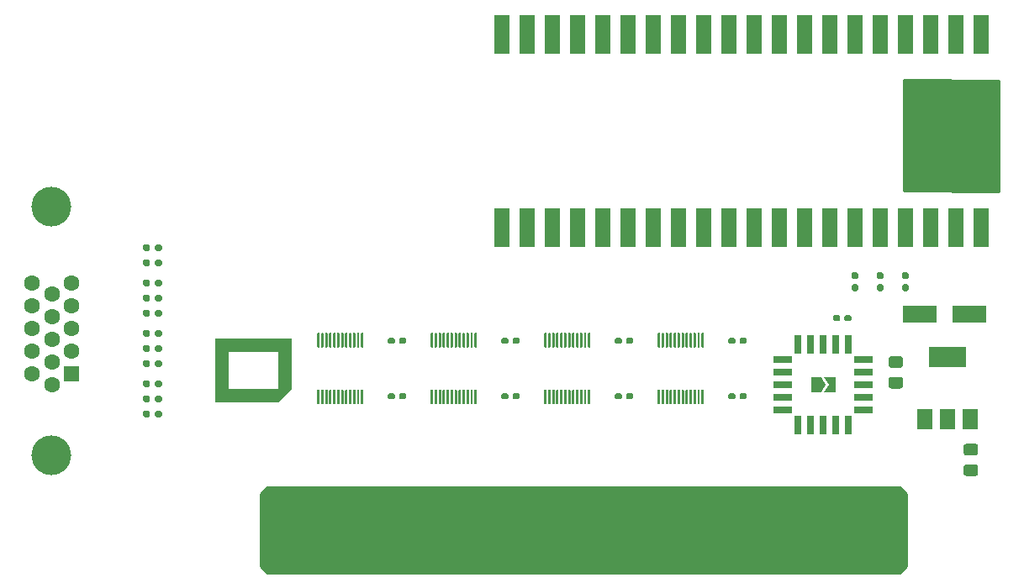
<source format=gts>
%TF.GenerationSoftware,KiCad,Pcbnew,(5.1.10)-1*%
%TF.CreationDate,2023-04-17T01:05:29-04:00*%
%TF.ProjectId,V2-Analog-Rev1,56322d41-6e61-46c6-9f67-2d526576312e,rev?*%
%TF.SameCoordinates,Original*%
%TF.FileFunction,Soldermask,Top*%
%TF.FilePolarity,Negative*%
%FSLAX46Y46*%
G04 Gerber Fmt 4.6, Leading zero omitted, Abs format (unit mm)*
G04 Created by KiCad (PCBNEW (5.1.10)-1) date 2023-04-17 01:05:29*
%MOMM*%
%LPD*%
G01*
G04 APERTURE LIST*
%ADD10C,0.100000*%
%ADD11R,1.600000X4.000000*%
%ADD12R,3.500000X1.800000*%
%ADD13R,1.500000X2.000000*%
%ADD14R,3.800000X2.000000*%
%ADD15R,1.925000X0.700000*%
%ADD16R,0.700000X1.925000*%
%ADD17C,4.000000*%
%ADD18C,1.600000*%
%ADD19R,1.600000X1.600000*%
%ADD20R,1.400000X8.000000*%
%ADD21C,0.254000*%
G04 APERTURE END LIST*
D10*
G36*
X112633000Y-115908000D02*
G01*
X111363000Y-115908000D01*
X111363000Y-112098000D01*
X112633000Y-110828000D01*
X112633000Y-115908000D01*
G37*
X112633000Y-115908000D02*
X111363000Y-115908000D01*
X111363000Y-112098000D01*
X112633000Y-110828000D01*
X112633000Y-115908000D01*
G36*
X111363000Y-117178000D02*
G01*
X105013000Y-117178000D01*
X106283000Y-115908000D01*
X112633000Y-115908000D01*
X111363000Y-117178000D01*
G37*
X111363000Y-117178000D02*
X105013000Y-117178000D01*
X106283000Y-115908000D01*
X112633000Y-115908000D01*
X111363000Y-117178000D01*
G36*
X106283000Y-112098000D02*
G01*
X106283000Y-115908000D01*
X105013000Y-117178000D01*
X105013000Y-110828000D01*
X106283000Y-112098000D01*
G37*
X106283000Y-112098000D02*
X106283000Y-115908000D01*
X105013000Y-117178000D01*
X105013000Y-110828000D01*
X106283000Y-112098000D01*
G36*
X111363000Y-112098000D02*
G01*
X106283000Y-112098000D01*
X105013000Y-110828000D01*
X112633000Y-110828000D01*
X111363000Y-112098000D01*
G37*
X111363000Y-112098000D02*
X106283000Y-112098000D01*
X105013000Y-110828000D01*
X112633000Y-110828000D01*
X111363000Y-112098000D01*
D11*
%TO.C,U6*%
X133842000Y-80155000D03*
X182102000Y-99655000D03*
X136382000Y-80155000D03*
X179562000Y-99655000D03*
X138922000Y-80155000D03*
X177022000Y-99655000D03*
X141462000Y-80155000D03*
X174482000Y-99655000D03*
X144002000Y-80155000D03*
X171942000Y-99655000D03*
X146542000Y-80155000D03*
X169402000Y-99655000D03*
X149082000Y-80155000D03*
X166862000Y-99655000D03*
X151622000Y-80155000D03*
X164322000Y-99655000D03*
X154162000Y-80155000D03*
X161782000Y-99655000D03*
X156702000Y-80155000D03*
X159242000Y-99655000D03*
X159242000Y-80155000D03*
X156702000Y-99655000D03*
X161782000Y-80155000D03*
X154162000Y-99655000D03*
X164322000Y-80155000D03*
X151622000Y-99655000D03*
X166862000Y-80155000D03*
X149082000Y-99655000D03*
X169402000Y-80155000D03*
X146542000Y-99655000D03*
X171942000Y-80155000D03*
X144002000Y-99655000D03*
X174482000Y-80155000D03*
X141462000Y-99655000D03*
X177022000Y-80155000D03*
X138922000Y-99655000D03*
X179562000Y-80155000D03*
X136382000Y-99655000D03*
X182102000Y-80155000D03*
X133842000Y-99655000D03*
%TD*%
D10*
%TO.C,J3*%
G36*
X166502000Y-115527000D02*
G01*
X166002000Y-116277000D01*
X165002000Y-116277000D01*
X165002000Y-114777000D01*
X166002000Y-114777000D01*
X166502000Y-115527000D01*
G37*
G36*
X167452000Y-116277000D02*
G01*
X166302000Y-116277000D01*
X166802000Y-115527000D01*
X166302000Y-114777000D01*
X167452000Y-114777000D01*
X167452000Y-116277000D01*
G37*
%TD*%
D12*
%TO.C,D1*%
X180919000Y-108415000D03*
X175919000Y-108415000D03*
%TD*%
%TO.C,C11*%
G36*
G01*
X180611000Y-123529500D02*
X181561000Y-123529500D01*
G75*
G02*
X181811000Y-123779500I0J-250000D01*
G01*
X181811000Y-124454500D01*
G75*
G02*
X181561000Y-124704500I-250000J0D01*
G01*
X180611000Y-124704500D01*
G75*
G02*
X180361000Y-124454500I0J250000D01*
G01*
X180361000Y-123779500D01*
G75*
G02*
X180611000Y-123529500I250000J0D01*
G01*
G37*
G36*
G01*
X180611000Y-121454500D02*
X181561000Y-121454500D01*
G75*
G02*
X181811000Y-121704500I0J-250000D01*
G01*
X181811000Y-122379500D01*
G75*
G02*
X181561000Y-122629500I-250000J0D01*
G01*
X180611000Y-122629500D01*
G75*
G02*
X180361000Y-122379500I0J250000D01*
G01*
X180361000Y-121704500D01*
G75*
G02*
X180611000Y-121454500I250000J0D01*
G01*
G37*
%TD*%
%TO.C,C10*%
G36*
G01*
X173054500Y-114707000D02*
X174004500Y-114707000D01*
G75*
G02*
X174254500Y-114957000I0J-250000D01*
G01*
X174254500Y-115632000D01*
G75*
G02*
X174004500Y-115882000I-250000J0D01*
G01*
X173054500Y-115882000D01*
G75*
G02*
X172804500Y-115632000I0J250000D01*
G01*
X172804500Y-114957000D01*
G75*
G02*
X173054500Y-114707000I250000J0D01*
G01*
G37*
G36*
G01*
X173054500Y-112632000D02*
X174004500Y-112632000D01*
G75*
G02*
X174254500Y-112882000I0J-250000D01*
G01*
X174254500Y-113557000D01*
G75*
G02*
X174004500Y-113807000I-250000J0D01*
G01*
X173054500Y-113807000D01*
G75*
G02*
X172804500Y-113557000I0J250000D01*
G01*
X172804500Y-112882000D01*
G75*
G02*
X173054500Y-112632000I250000J0D01*
G01*
G37*
%TD*%
D13*
%TO.C,U7*%
X176465000Y-118984000D03*
X181065000Y-118984000D03*
X178765000Y-118984000D03*
D14*
X178765000Y-112684000D03*
%TD*%
D15*
%TO.C,U5*%
X170279500Y-112987000D03*
X170279500Y-114257000D03*
X170279500Y-115527000D03*
X170279500Y-116797000D03*
X170279500Y-118067000D03*
D16*
X168767000Y-119579500D03*
X167497000Y-119579500D03*
X166227000Y-119579500D03*
X164957000Y-119579500D03*
X163687000Y-119579500D03*
D15*
X162174500Y-118067000D03*
X162174500Y-116797000D03*
X162174500Y-115527000D03*
X162174500Y-114257000D03*
X162174500Y-112987000D03*
D16*
X168767000Y-111474500D03*
X167497000Y-111474500D03*
X163687000Y-111474500D03*
X164957000Y-111474500D03*
X166227000Y-111474500D03*
%TD*%
%TO.C,C9*%
G36*
G01*
X168332000Y-108951000D02*
X168332000Y-108641000D01*
G75*
G02*
X168487000Y-108486000I155000J0D01*
G01*
X168912000Y-108486000D01*
G75*
G02*
X169067000Y-108641000I0J-155000D01*
G01*
X169067000Y-108951000D01*
G75*
G02*
X168912000Y-109106000I-155000J0D01*
G01*
X168487000Y-109106000D01*
G75*
G02*
X168332000Y-108951000I0J155000D01*
G01*
G37*
G36*
G01*
X167197000Y-108951000D02*
X167197000Y-108641000D01*
G75*
G02*
X167352000Y-108486000I155000J0D01*
G01*
X167777000Y-108486000D01*
G75*
G02*
X167932000Y-108641000I0J-155000D01*
G01*
X167932000Y-108951000D01*
G75*
G02*
X167777000Y-109106000I-155000J0D01*
G01*
X167352000Y-109106000D01*
G75*
G02*
X167197000Y-108951000I0J155000D01*
G01*
G37*
%TD*%
%TO.C,C8*%
G36*
G01*
X157791000Y-111237000D02*
X157791000Y-110927000D01*
G75*
G02*
X157946000Y-110772000I155000J0D01*
G01*
X158371000Y-110772000D01*
G75*
G02*
X158526000Y-110927000I0J-155000D01*
G01*
X158526000Y-111237000D01*
G75*
G02*
X158371000Y-111392000I-155000J0D01*
G01*
X157946000Y-111392000D01*
G75*
G02*
X157791000Y-111237000I0J155000D01*
G01*
G37*
G36*
G01*
X156656000Y-111237000D02*
X156656000Y-110927000D01*
G75*
G02*
X156811000Y-110772000I155000J0D01*
G01*
X157236000Y-110772000D01*
G75*
G02*
X157391000Y-110927000I0J-155000D01*
G01*
X157391000Y-111237000D01*
G75*
G02*
X157236000Y-111392000I-155000J0D01*
G01*
X156811000Y-111392000D01*
G75*
G02*
X156656000Y-111237000I0J155000D01*
G01*
G37*
%TD*%
%TO.C,C7*%
G36*
G01*
X157791000Y-116825000D02*
X157791000Y-116515000D01*
G75*
G02*
X157946000Y-116360000I155000J0D01*
G01*
X158371000Y-116360000D01*
G75*
G02*
X158526000Y-116515000I0J-155000D01*
G01*
X158526000Y-116825000D01*
G75*
G02*
X158371000Y-116980000I-155000J0D01*
G01*
X157946000Y-116980000D01*
G75*
G02*
X157791000Y-116825000I0J155000D01*
G01*
G37*
G36*
G01*
X156656000Y-116825000D02*
X156656000Y-116515000D01*
G75*
G02*
X156811000Y-116360000I155000J0D01*
G01*
X157236000Y-116360000D01*
G75*
G02*
X157391000Y-116515000I0J-155000D01*
G01*
X157391000Y-116825000D01*
G75*
G02*
X157236000Y-116980000I-155000J0D01*
G01*
X156811000Y-116980000D01*
G75*
G02*
X156656000Y-116825000I0J155000D01*
G01*
G37*
%TD*%
%TO.C,C6*%
G36*
G01*
X146361000Y-111237000D02*
X146361000Y-110927000D01*
G75*
G02*
X146516000Y-110772000I155000J0D01*
G01*
X146941000Y-110772000D01*
G75*
G02*
X147096000Y-110927000I0J-155000D01*
G01*
X147096000Y-111237000D01*
G75*
G02*
X146941000Y-111392000I-155000J0D01*
G01*
X146516000Y-111392000D01*
G75*
G02*
X146361000Y-111237000I0J155000D01*
G01*
G37*
G36*
G01*
X145226000Y-111237000D02*
X145226000Y-110927000D01*
G75*
G02*
X145381000Y-110772000I155000J0D01*
G01*
X145806000Y-110772000D01*
G75*
G02*
X145961000Y-110927000I0J-155000D01*
G01*
X145961000Y-111237000D01*
G75*
G02*
X145806000Y-111392000I-155000J0D01*
G01*
X145381000Y-111392000D01*
G75*
G02*
X145226000Y-111237000I0J155000D01*
G01*
G37*
%TD*%
%TO.C,C5*%
G36*
G01*
X146361000Y-116825000D02*
X146361000Y-116515000D01*
G75*
G02*
X146516000Y-116360000I155000J0D01*
G01*
X146941000Y-116360000D01*
G75*
G02*
X147096000Y-116515000I0J-155000D01*
G01*
X147096000Y-116825000D01*
G75*
G02*
X146941000Y-116980000I-155000J0D01*
G01*
X146516000Y-116980000D01*
G75*
G02*
X146361000Y-116825000I0J155000D01*
G01*
G37*
G36*
G01*
X145226000Y-116825000D02*
X145226000Y-116515000D01*
G75*
G02*
X145381000Y-116360000I155000J0D01*
G01*
X145806000Y-116360000D01*
G75*
G02*
X145961000Y-116515000I0J-155000D01*
G01*
X145961000Y-116825000D01*
G75*
G02*
X145806000Y-116980000I-155000J0D01*
G01*
X145381000Y-116980000D01*
G75*
G02*
X145226000Y-116825000I0J155000D01*
G01*
G37*
%TD*%
%TO.C,C4*%
G36*
G01*
X134931000Y-111237000D02*
X134931000Y-110927000D01*
G75*
G02*
X135086000Y-110772000I155000J0D01*
G01*
X135511000Y-110772000D01*
G75*
G02*
X135666000Y-110927000I0J-155000D01*
G01*
X135666000Y-111237000D01*
G75*
G02*
X135511000Y-111392000I-155000J0D01*
G01*
X135086000Y-111392000D01*
G75*
G02*
X134931000Y-111237000I0J155000D01*
G01*
G37*
G36*
G01*
X133796000Y-111237000D02*
X133796000Y-110927000D01*
G75*
G02*
X133951000Y-110772000I155000J0D01*
G01*
X134376000Y-110772000D01*
G75*
G02*
X134531000Y-110927000I0J-155000D01*
G01*
X134531000Y-111237000D01*
G75*
G02*
X134376000Y-111392000I-155000J0D01*
G01*
X133951000Y-111392000D01*
G75*
G02*
X133796000Y-111237000I0J155000D01*
G01*
G37*
%TD*%
%TO.C,C3*%
G36*
G01*
X134931000Y-116825000D02*
X134931000Y-116515000D01*
G75*
G02*
X135086000Y-116360000I155000J0D01*
G01*
X135511000Y-116360000D01*
G75*
G02*
X135666000Y-116515000I0J-155000D01*
G01*
X135666000Y-116825000D01*
G75*
G02*
X135511000Y-116980000I-155000J0D01*
G01*
X135086000Y-116980000D01*
G75*
G02*
X134931000Y-116825000I0J155000D01*
G01*
G37*
G36*
G01*
X133796000Y-116825000D02*
X133796000Y-116515000D01*
G75*
G02*
X133951000Y-116360000I155000J0D01*
G01*
X134376000Y-116360000D01*
G75*
G02*
X134531000Y-116515000I0J-155000D01*
G01*
X134531000Y-116825000D01*
G75*
G02*
X134376000Y-116980000I-155000J0D01*
G01*
X133951000Y-116980000D01*
G75*
G02*
X133796000Y-116825000I0J155000D01*
G01*
G37*
%TD*%
%TO.C,C2*%
G36*
G01*
X123501000Y-111237000D02*
X123501000Y-110927000D01*
G75*
G02*
X123656000Y-110772000I155000J0D01*
G01*
X124081000Y-110772000D01*
G75*
G02*
X124236000Y-110927000I0J-155000D01*
G01*
X124236000Y-111237000D01*
G75*
G02*
X124081000Y-111392000I-155000J0D01*
G01*
X123656000Y-111392000D01*
G75*
G02*
X123501000Y-111237000I0J155000D01*
G01*
G37*
G36*
G01*
X122366000Y-111237000D02*
X122366000Y-110927000D01*
G75*
G02*
X122521000Y-110772000I155000J0D01*
G01*
X122946000Y-110772000D01*
G75*
G02*
X123101000Y-110927000I0J-155000D01*
G01*
X123101000Y-111237000D01*
G75*
G02*
X122946000Y-111392000I-155000J0D01*
G01*
X122521000Y-111392000D01*
G75*
G02*
X122366000Y-111237000I0J155000D01*
G01*
G37*
%TD*%
%TO.C,C1*%
G36*
G01*
X123501000Y-116825000D02*
X123501000Y-116515000D01*
G75*
G02*
X123656000Y-116360000I155000J0D01*
G01*
X124081000Y-116360000D01*
G75*
G02*
X124236000Y-116515000I0J-155000D01*
G01*
X124236000Y-116825000D01*
G75*
G02*
X124081000Y-116980000I-155000J0D01*
G01*
X123656000Y-116980000D01*
G75*
G02*
X123501000Y-116825000I0J155000D01*
G01*
G37*
G36*
G01*
X122366000Y-116825000D02*
X122366000Y-116515000D01*
G75*
G02*
X122521000Y-116360000I155000J0D01*
G01*
X122946000Y-116360000D01*
G75*
G02*
X123101000Y-116515000I0J-155000D01*
G01*
X123101000Y-116825000D01*
G75*
G02*
X122946000Y-116980000I-155000J0D01*
G01*
X122521000Y-116980000D01*
G75*
G02*
X122366000Y-116825000I0J155000D01*
G01*
G37*
%TD*%
D17*
%TO.C,J2*%
X88485000Y-122569000D03*
X88485000Y-97569000D03*
D18*
X86575000Y-105224000D03*
X86575000Y-107514000D03*
X86575000Y-109804000D03*
X86575000Y-112094000D03*
X86575000Y-114384000D03*
X88555000Y-106369000D03*
X88555000Y-108659000D03*
X88555000Y-110949000D03*
X88555000Y-113239000D03*
X88555000Y-115529000D03*
X90535000Y-105224000D03*
X90535000Y-107514000D03*
X90535000Y-109804000D03*
X90535000Y-112094000D03*
D19*
X90535000Y-114384000D03*
%TD*%
%TO.C,U4*%
G36*
G01*
X154013500Y-116001000D02*
X154138500Y-116001000D01*
G75*
G02*
X154201000Y-116063500I0J-62500D01*
G01*
X154201000Y-117413500D01*
G75*
G02*
X154138500Y-117476000I-62500J0D01*
G01*
X154013500Y-117476000D01*
G75*
G02*
X153951000Y-117413500I0J62500D01*
G01*
X153951000Y-116063500D01*
G75*
G02*
X154013500Y-116001000I62500J0D01*
G01*
G37*
G36*
G01*
X153613500Y-116001000D02*
X153738500Y-116001000D01*
G75*
G02*
X153801000Y-116063500I0J-62500D01*
G01*
X153801000Y-117413500D01*
G75*
G02*
X153738500Y-117476000I-62500J0D01*
G01*
X153613500Y-117476000D01*
G75*
G02*
X153551000Y-117413500I0J62500D01*
G01*
X153551000Y-116063500D01*
G75*
G02*
X153613500Y-116001000I62500J0D01*
G01*
G37*
G36*
G01*
X153213500Y-116001000D02*
X153338500Y-116001000D01*
G75*
G02*
X153401000Y-116063500I0J-62500D01*
G01*
X153401000Y-117413500D01*
G75*
G02*
X153338500Y-117476000I-62500J0D01*
G01*
X153213500Y-117476000D01*
G75*
G02*
X153151000Y-117413500I0J62500D01*
G01*
X153151000Y-116063500D01*
G75*
G02*
X153213500Y-116001000I62500J0D01*
G01*
G37*
G36*
G01*
X152813500Y-116001000D02*
X152938500Y-116001000D01*
G75*
G02*
X153001000Y-116063500I0J-62500D01*
G01*
X153001000Y-117413500D01*
G75*
G02*
X152938500Y-117476000I-62500J0D01*
G01*
X152813500Y-117476000D01*
G75*
G02*
X152751000Y-117413500I0J62500D01*
G01*
X152751000Y-116063500D01*
G75*
G02*
X152813500Y-116001000I62500J0D01*
G01*
G37*
G36*
G01*
X152413500Y-116001000D02*
X152538500Y-116001000D01*
G75*
G02*
X152601000Y-116063500I0J-62500D01*
G01*
X152601000Y-117413500D01*
G75*
G02*
X152538500Y-117476000I-62500J0D01*
G01*
X152413500Y-117476000D01*
G75*
G02*
X152351000Y-117413500I0J62500D01*
G01*
X152351000Y-116063500D01*
G75*
G02*
X152413500Y-116001000I62500J0D01*
G01*
G37*
G36*
G01*
X152013500Y-116001000D02*
X152138500Y-116001000D01*
G75*
G02*
X152201000Y-116063500I0J-62500D01*
G01*
X152201000Y-117413500D01*
G75*
G02*
X152138500Y-117476000I-62500J0D01*
G01*
X152013500Y-117476000D01*
G75*
G02*
X151951000Y-117413500I0J62500D01*
G01*
X151951000Y-116063500D01*
G75*
G02*
X152013500Y-116001000I62500J0D01*
G01*
G37*
G36*
G01*
X151613500Y-116001000D02*
X151738500Y-116001000D01*
G75*
G02*
X151801000Y-116063500I0J-62500D01*
G01*
X151801000Y-117413500D01*
G75*
G02*
X151738500Y-117476000I-62500J0D01*
G01*
X151613500Y-117476000D01*
G75*
G02*
X151551000Y-117413500I0J62500D01*
G01*
X151551000Y-116063500D01*
G75*
G02*
X151613500Y-116001000I62500J0D01*
G01*
G37*
G36*
G01*
X151213500Y-116001000D02*
X151338500Y-116001000D01*
G75*
G02*
X151401000Y-116063500I0J-62500D01*
G01*
X151401000Y-117413500D01*
G75*
G02*
X151338500Y-117476000I-62500J0D01*
G01*
X151213500Y-117476000D01*
G75*
G02*
X151151000Y-117413500I0J62500D01*
G01*
X151151000Y-116063500D01*
G75*
G02*
X151213500Y-116001000I62500J0D01*
G01*
G37*
G36*
G01*
X150813500Y-116001000D02*
X150938500Y-116001000D01*
G75*
G02*
X151001000Y-116063500I0J-62500D01*
G01*
X151001000Y-117413500D01*
G75*
G02*
X150938500Y-117476000I-62500J0D01*
G01*
X150813500Y-117476000D01*
G75*
G02*
X150751000Y-117413500I0J62500D01*
G01*
X150751000Y-116063500D01*
G75*
G02*
X150813500Y-116001000I62500J0D01*
G01*
G37*
G36*
G01*
X150413500Y-116001000D02*
X150538500Y-116001000D01*
G75*
G02*
X150601000Y-116063500I0J-62500D01*
G01*
X150601000Y-117413500D01*
G75*
G02*
X150538500Y-117476000I-62500J0D01*
G01*
X150413500Y-117476000D01*
G75*
G02*
X150351000Y-117413500I0J62500D01*
G01*
X150351000Y-116063500D01*
G75*
G02*
X150413500Y-116001000I62500J0D01*
G01*
G37*
G36*
G01*
X150013500Y-116001000D02*
X150138500Y-116001000D01*
G75*
G02*
X150201000Y-116063500I0J-62500D01*
G01*
X150201000Y-117413500D01*
G75*
G02*
X150138500Y-117476000I-62500J0D01*
G01*
X150013500Y-117476000D01*
G75*
G02*
X149951000Y-117413500I0J62500D01*
G01*
X149951000Y-116063500D01*
G75*
G02*
X150013500Y-116001000I62500J0D01*
G01*
G37*
G36*
G01*
X149613500Y-116001000D02*
X149738500Y-116001000D01*
G75*
G02*
X149801000Y-116063500I0J-62500D01*
G01*
X149801000Y-117413500D01*
G75*
G02*
X149738500Y-117476000I-62500J0D01*
G01*
X149613500Y-117476000D01*
G75*
G02*
X149551000Y-117413500I0J62500D01*
G01*
X149551000Y-116063500D01*
G75*
G02*
X149613500Y-116001000I62500J0D01*
G01*
G37*
G36*
G01*
X149613500Y-110276000D02*
X149738500Y-110276000D01*
G75*
G02*
X149801000Y-110338500I0J-62500D01*
G01*
X149801000Y-111688500D01*
G75*
G02*
X149738500Y-111751000I-62500J0D01*
G01*
X149613500Y-111751000D01*
G75*
G02*
X149551000Y-111688500I0J62500D01*
G01*
X149551000Y-110338500D01*
G75*
G02*
X149613500Y-110276000I62500J0D01*
G01*
G37*
G36*
G01*
X150013500Y-110276000D02*
X150138500Y-110276000D01*
G75*
G02*
X150201000Y-110338500I0J-62500D01*
G01*
X150201000Y-111688500D01*
G75*
G02*
X150138500Y-111751000I-62500J0D01*
G01*
X150013500Y-111751000D01*
G75*
G02*
X149951000Y-111688500I0J62500D01*
G01*
X149951000Y-110338500D01*
G75*
G02*
X150013500Y-110276000I62500J0D01*
G01*
G37*
G36*
G01*
X150413500Y-110276000D02*
X150538500Y-110276000D01*
G75*
G02*
X150601000Y-110338500I0J-62500D01*
G01*
X150601000Y-111688500D01*
G75*
G02*
X150538500Y-111751000I-62500J0D01*
G01*
X150413500Y-111751000D01*
G75*
G02*
X150351000Y-111688500I0J62500D01*
G01*
X150351000Y-110338500D01*
G75*
G02*
X150413500Y-110276000I62500J0D01*
G01*
G37*
G36*
G01*
X150813500Y-110276000D02*
X150938500Y-110276000D01*
G75*
G02*
X151001000Y-110338500I0J-62500D01*
G01*
X151001000Y-111688500D01*
G75*
G02*
X150938500Y-111751000I-62500J0D01*
G01*
X150813500Y-111751000D01*
G75*
G02*
X150751000Y-111688500I0J62500D01*
G01*
X150751000Y-110338500D01*
G75*
G02*
X150813500Y-110276000I62500J0D01*
G01*
G37*
G36*
G01*
X151213500Y-110276000D02*
X151338500Y-110276000D01*
G75*
G02*
X151401000Y-110338500I0J-62500D01*
G01*
X151401000Y-111688500D01*
G75*
G02*
X151338500Y-111751000I-62500J0D01*
G01*
X151213500Y-111751000D01*
G75*
G02*
X151151000Y-111688500I0J62500D01*
G01*
X151151000Y-110338500D01*
G75*
G02*
X151213500Y-110276000I62500J0D01*
G01*
G37*
G36*
G01*
X151613500Y-110276000D02*
X151738500Y-110276000D01*
G75*
G02*
X151801000Y-110338500I0J-62500D01*
G01*
X151801000Y-111688500D01*
G75*
G02*
X151738500Y-111751000I-62500J0D01*
G01*
X151613500Y-111751000D01*
G75*
G02*
X151551000Y-111688500I0J62500D01*
G01*
X151551000Y-110338500D01*
G75*
G02*
X151613500Y-110276000I62500J0D01*
G01*
G37*
G36*
G01*
X152013500Y-110276000D02*
X152138500Y-110276000D01*
G75*
G02*
X152201000Y-110338500I0J-62500D01*
G01*
X152201000Y-111688500D01*
G75*
G02*
X152138500Y-111751000I-62500J0D01*
G01*
X152013500Y-111751000D01*
G75*
G02*
X151951000Y-111688500I0J62500D01*
G01*
X151951000Y-110338500D01*
G75*
G02*
X152013500Y-110276000I62500J0D01*
G01*
G37*
G36*
G01*
X152413500Y-110276000D02*
X152538500Y-110276000D01*
G75*
G02*
X152601000Y-110338500I0J-62500D01*
G01*
X152601000Y-111688500D01*
G75*
G02*
X152538500Y-111751000I-62500J0D01*
G01*
X152413500Y-111751000D01*
G75*
G02*
X152351000Y-111688500I0J62500D01*
G01*
X152351000Y-110338500D01*
G75*
G02*
X152413500Y-110276000I62500J0D01*
G01*
G37*
G36*
G01*
X152813500Y-110276000D02*
X152938500Y-110276000D01*
G75*
G02*
X153001000Y-110338500I0J-62500D01*
G01*
X153001000Y-111688500D01*
G75*
G02*
X152938500Y-111751000I-62500J0D01*
G01*
X152813500Y-111751000D01*
G75*
G02*
X152751000Y-111688500I0J62500D01*
G01*
X152751000Y-110338500D01*
G75*
G02*
X152813500Y-110276000I62500J0D01*
G01*
G37*
G36*
G01*
X153213500Y-110276000D02*
X153338500Y-110276000D01*
G75*
G02*
X153401000Y-110338500I0J-62500D01*
G01*
X153401000Y-111688500D01*
G75*
G02*
X153338500Y-111751000I-62500J0D01*
G01*
X153213500Y-111751000D01*
G75*
G02*
X153151000Y-111688500I0J62500D01*
G01*
X153151000Y-110338500D01*
G75*
G02*
X153213500Y-110276000I62500J0D01*
G01*
G37*
G36*
G01*
X153613500Y-110276000D02*
X153738500Y-110276000D01*
G75*
G02*
X153801000Y-110338500I0J-62500D01*
G01*
X153801000Y-111688500D01*
G75*
G02*
X153738500Y-111751000I-62500J0D01*
G01*
X153613500Y-111751000D01*
G75*
G02*
X153551000Y-111688500I0J62500D01*
G01*
X153551000Y-110338500D01*
G75*
G02*
X153613500Y-110276000I62500J0D01*
G01*
G37*
G36*
G01*
X154013500Y-110276000D02*
X154138500Y-110276000D01*
G75*
G02*
X154201000Y-110338500I0J-62500D01*
G01*
X154201000Y-111688500D01*
G75*
G02*
X154138500Y-111751000I-62500J0D01*
G01*
X154013500Y-111751000D01*
G75*
G02*
X153951000Y-111688500I0J62500D01*
G01*
X153951000Y-110338500D01*
G75*
G02*
X154013500Y-110276000I62500J0D01*
G01*
G37*
%TD*%
%TO.C,U3*%
G36*
G01*
X142583500Y-116001000D02*
X142708500Y-116001000D01*
G75*
G02*
X142771000Y-116063500I0J-62500D01*
G01*
X142771000Y-117413500D01*
G75*
G02*
X142708500Y-117476000I-62500J0D01*
G01*
X142583500Y-117476000D01*
G75*
G02*
X142521000Y-117413500I0J62500D01*
G01*
X142521000Y-116063500D01*
G75*
G02*
X142583500Y-116001000I62500J0D01*
G01*
G37*
G36*
G01*
X142183500Y-116001000D02*
X142308500Y-116001000D01*
G75*
G02*
X142371000Y-116063500I0J-62500D01*
G01*
X142371000Y-117413500D01*
G75*
G02*
X142308500Y-117476000I-62500J0D01*
G01*
X142183500Y-117476000D01*
G75*
G02*
X142121000Y-117413500I0J62500D01*
G01*
X142121000Y-116063500D01*
G75*
G02*
X142183500Y-116001000I62500J0D01*
G01*
G37*
G36*
G01*
X141783500Y-116001000D02*
X141908500Y-116001000D01*
G75*
G02*
X141971000Y-116063500I0J-62500D01*
G01*
X141971000Y-117413500D01*
G75*
G02*
X141908500Y-117476000I-62500J0D01*
G01*
X141783500Y-117476000D01*
G75*
G02*
X141721000Y-117413500I0J62500D01*
G01*
X141721000Y-116063500D01*
G75*
G02*
X141783500Y-116001000I62500J0D01*
G01*
G37*
G36*
G01*
X141383500Y-116001000D02*
X141508500Y-116001000D01*
G75*
G02*
X141571000Y-116063500I0J-62500D01*
G01*
X141571000Y-117413500D01*
G75*
G02*
X141508500Y-117476000I-62500J0D01*
G01*
X141383500Y-117476000D01*
G75*
G02*
X141321000Y-117413500I0J62500D01*
G01*
X141321000Y-116063500D01*
G75*
G02*
X141383500Y-116001000I62500J0D01*
G01*
G37*
G36*
G01*
X140983500Y-116001000D02*
X141108500Y-116001000D01*
G75*
G02*
X141171000Y-116063500I0J-62500D01*
G01*
X141171000Y-117413500D01*
G75*
G02*
X141108500Y-117476000I-62500J0D01*
G01*
X140983500Y-117476000D01*
G75*
G02*
X140921000Y-117413500I0J62500D01*
G01*
X140921000Y-116063500D01*
G75*
G02*
X140983500Y-116001000I62500J0D01*
G01*
G37*
G36*
G01*
X140583500Y-116001000D02*
X140708500Y-116001000D01*
G75*
G02*
X140771000Y-116063500I0J-62500D01*
G01*
X140771000Y-117413500D01*
G75*
G02*
X140708500Y-117476000I-62500J0D01*
G01*
X140583500Y-117476000D01*
G75*
G02*
X140521000Y-117413500I0J62500D01*
G01*
X140521000Y-116063500D01*
G75*
G02*
X140583500Y-116001000I62500J0D01*
G01*
G37*
G36*
G01*
X140183500Y-116001000D02*
X140308500Y-116001000D01*
G75*
G02*
X140371000Y-116063500I0J-62500D01*
G01*
X140371000Y-117413500D01*
G75*
G02*
X140308500Y-117476000I-62500J0D01*
G01*
X140183500Y-117476000D01*
G75*
G02*
X140121000Y-117413500I0J62500D01*
G01*
X140121000Y-116063500D01*
G75*
G02*
X140183500Y-116001000I62500J0D01*
G01*
G37*
G36*
G01*
X139783500Y-116001000D02*
X139908500Y-116001000D01*
G75*
G02*
X139971000Y-116063500I0J-62500D01*
G01*
X139971000Y-117413500D01*
G75*
G02*
X139908500Y-117476000I-62500J0D01*
G01*
X139783500Y-117476000D01*
G75*
G02*
X139721000Y-117413500I0J62500D01*
G01*
X139721000Y-116063500D01*
G75*
G02*
X139783500Y-116001000I62500J0D01*
G01*
G37*
G36*
G01*
X139383500Y-116001000D02*
X139508500Y-116001000D01*
G75*
G02*
X139571000Y-116063500I0J-62500D01*
G01*
X139571000Y-117413500D01*
G75*
G02*
X139508500Y-117476000I-62500J0D01*
G01*
X139383500Y-117476000D01*
G75*
G02*
X139321000Y-117413500I0J62500D01*
G01*
X139321000Y-116063500D01*
G75*
G02*
X139383500Y-116001000I62500J0D01*
G01*
G37*
G36*
G01*
X138983500Y-116001000D02*
X139108500Y-116001000D01*
G75*
G02*
X139171000Y-116063500I0J-62500D01*
G01*
X139171000Y-117413500D01*
G75*
G02*
X139108500Y-117476000I-62500J0D01*
G01*
X138983500Y-117476000D01*
G75*
G02*
X138921000Y-117413500I0J62500D01*
G01*
X138921000Y-116063500D01*
G75*
G02*
X138983500Y-116001000I62500J0D01*
G01*
G37*
G36*
G01*
X138583500Y-116001000D02*
X138708500Y-116001000D01*
G75*
G02*
X138771000Y-116063500I0J-62500D01*
G01*
X138771000Y-117413500D01*
G75*
G02*
X138708500Y-117476000I-62500J0D01*
G01*
X138583500Y-117476000D01*
G75*
G02*
X138521000Y-117413500I0J62500D01*
G01*
X138521000Y-116063500D01*
G75*
G02*
X138583500Y-116001000I62500J0D01*
G01*
G37*
G36*
G01*
X138183500Y-116001000D02*
X138308500Y-116001000D01*
G75*
G02*
X138371000Y-116063500I0J-62500D01*
G01*
X138371000Y-117413500D01*
G75*
G02*
X138308500Y-117476000I-62500J0D01*
G01*
X138183500Y-117476000D01*
G75*
G02*
X138121000Y-117413500I0J62500D01*
G01*
X138121000Y-116063500D01*
G75*
G02*
X138183500Y-116001000I62500J0D01*
G01*
G37*
G36*
G01*
X138183500Y-110276000D02*
X138308500Y-110276000D01*
G75*
G02*
X138371000Y-110338500I0J-62500D01*
G01*
X138371000Y-111688500D01*
G75*
G02*
X138308500Y-111751000I-62500J0D01*
G01*
X138183500Y-111751000D01*
G75*
G02*
X138121000Y-111688500I0J62500D01*
G01*
X138121000Y-110338500D01*
G75*
G02*
X138183500Y-110276000I62500J0D01*
G01*
G37*
G36*
G01*
X138583500Y-110276000D02*
X138708500Y-110276000D01*
G75*
G02*
X138771000Y-110338500I0J-62500D01*
G01*
X138771000Y-111688500D01*
G75*
G02*
X138708500Y-111751000I-62500J0D01*
G01*
X138583500Y-111751000D01*
G75*
G02*
X138521000Y-111688500I0J62500D01*
G01*
X138521000Y-110338500D01*
G75*
G02*
X138583500Y-110276000I62500J0D01*
G01*
G37*
G36*
G01*
X138983500Y-110276000D02*
X139108500Y-110276000D01*
G75*
G02*
X139171000Y-110338500I0J-62500D01*
G01*
X139171000Y-111688500D01*
G75*
G02*
X139108500Y-111751000I-62500J0D01*
G01*
X138983500Y-111751000D01*
G75*
G02*
X138921000Y-111688500I0J62500D01*
G01*
X138921000Y-110338500D01*
G75*
G02*
X138983500Y-110276000I62500J0D01*
G01*
G37*
G36*
G01*
X139383500Y-110276000D02*
X139508500Y-110276000D01*
G75*
G02*
X139571000Y-110338500I0J-62500D01*
G01*
X139571000Y-111688500D01*
G75*
G02*
X139508500Y-111751000I-62500J0D01*
G01*
X139383500Y-111751000D01*
G75*
G02*
X139321000Y-111688500I0J62500D01*
G01*
X139321000Y-110338500D01*
G75*
G02*
X139383500Y-110276000I62500J0D01*
G01*
G37*
G36*
G01*
X139783500Y-110276000D02*
X139908500Y-110276000D01*
G75*
G02*
X139971000Y-110338500I0J-62500D01*
G01*
X139971000Y-111688500D01*
G75*
G02*
X139908500Y-111751000I-62500J0D01*
G01*
X139783500Y-111751000D01*
G75*
G02*
X139721000Y-111688500I0J62500D01*
G01*
X139721000Y-110338500D01*
G75*
G02*
X139783500Y-110276000I62500J0D01*
G01*
G37*
G36*
G01*
X140183500Y-110276000D02*
X140308500Y-110276000D01*
G75*
G02*
X140371000Y-110338500I0J-62500D01*
G01*
X140371000Y-111688500D01*
G75*
G02*
X140308500Y-111751000I-62500J0D01*
G01*
X140183500Y-111751000D01*
G75*
G02*
X140121000Y-111688500I0J62500D01*
G01*
X140121000Y-110338500D01*
G75*
G02*
X140183500Y-110276000I62500J0D01*
G01*
G37*
G36*
G01*
X140583500Y-110276000D02*
X140708500Y-110276000D01*
G75*
G02*
X140771000Y-110338500I0J-62500D01*
G01*
X140771000Y-111688500D01*
G75*
G02*
X140708500Y-111751000I-62500J0D01*
G01*
X140583500Y-111751000D01*
G75*
G02*
X140521000Y-111688500I0J62500D01*
G01*
X140521000Y-110338500D01*
G75*
G02*
X140583500Y-110276000I62500J0D01*
G01*
G37*
G36*
G01*
X140983500Y-110276000D02*
X141108500Y-110276000D01*
G75*
G02*
X141171000Y-110338500I0J-62500D01*
G01*
X141171000Y-111688500D01*
G75*
G02*
X141108500Y-111751000I-62500J0D01*
G01*
X140983500Y-111751000D01*
G75*
G02*
X140921000Y-111688500I0J62500D01*
G01*
X140921000Y-110338500D01*
G75*
G02*
X140983500Y-110276000I62500J0D01*
G01*
G37*
G36*
G01*
X141383500Y-110276000D02*
X141508500Y-110276000D01*
G75*
G02*
X141571000Y-110338500I0J-62500D01*
G01*
X141571000Y-111688500D01*
G75*
G02*
X141508500Y-111751000I-62500J0D01*
G01*
X141383500Y-111751000D01*
G75*
G02*
X141321000Y-111688500I0J62500D01*
G01*
X141321000Y-110338500D01*
G75*
G02*
X141383500Y-110276000I62500J0D01*
G01*
G37*
G36*
G01*
X141783500Y-110276000D02*
X141908500Y-110276000D01*
G75*
G02*
X141971000Y-110338500I0J-62500D01*
G01*
X141971000Y-111688500D01*
G75*
G02*
X141908500Y-111751000I-62500J0D01*
G01*
X141783500Y-111751000D01*
G75*
G02*
X141721000Y-111688500I0J62500D01*
G01*
X141721000Y-110338500D01*
G75*
G02*
X141783500Y-110276000I62500J0D01*
G01*
G37*
G36*
G01*
X142183500Y-110276000D02*
X142308500Y-110276000D01*
G75*
G02*
X142371000Y-110338500I0J-62500D01*
G01*
X142371000Y-111688500D01*
G75*
G02*
X142308500Y-111751000I-62500J0D01*
G01*
X142183500Y-111751000D01*
G75*
G02*
X142121000Y-111688500I0J62500D01*
G01*
X142121000Y-110338500D01*
G75*
G02*
X142183500Y-110276000I62500J0D01*
G01*
G37*
G36*
G01*
X142583500Y-110276000D02*
X142708500Y-110276000D01*
G75*
G02*
X142771000Y-110338500I0J-62500D01*
G01*
X142771000Y-111688500D01*
G75*
G02*
X142708500Y-111751000I-62500J0D01*
G01*
X142583500Y-111751000D01*
G75*
G02*
X142521000Y-111688500I0J62500D01*
G01*
X142521000Y-110338500D01*
G75*
G02*
X142583500Y-110276000I62500J0D01*
G01*
G37*
%TD*%
%TO.C,U1*%
G36*
G01*
X119723500Y-116001000D02*
X119848500Y-116001000D01*
G75*
G02*
X119911000Y-116063500I0J-62500D01*
G01*
X119911000Y-117413500D01*
G75*
G02*
X119848500Y-117476000I-62500J0D01*
G01*
X119723500Y-117476000D01*
G75*
G02*
X119661000Y-117413500I0J62500D01*
G01*
X119661000Y-116063500D01*
G75*
G02*
X119723500Y-116001000I62500J0D01*
G01*
G37*
G36*
G01*
X119323500Y-116001000D02*
X119448500Y-116001000D01*
G75*
G02*
X119511000Y-116063500I0J-62500D01*
G01*
X119511000Y-117413500D01*
G75*
G02*
X119448500Y-117476000I-62500J0D01*
G01*
X119323500Y-117476000D01*
G75*
G02*
X119261000Y-117413500I0J62500D01*
G01*
X119261000Y-116063500D01*
G75*
G02*
X119323500Y-116001000I62500J0D01*
G01*
G37*
G36*
G01*
X118923500Y-116001000D02*
X119048500Y-116001000D01*
G75*
G02*
X119111000Y-116063500I0J-62500D01*
G01*
X119111000Y-117413500D01*
G75*
G02*
X119048500Y-117476000I-62500J0D01*
G01*
X118923500Y-117476000D01*
G75*
G02*
X118861000Y-117413500I0J62500D01*
G01*
X118861000Y-116063500D01*
G75*
G02*
X118923500Y-116001000I62500J0D01*
G01*
G37*
G36*
G01*
X118523500Y-116001000D02*
X118648500Y-116001000D01*
G75*
G02*
X118711000Y-116063500I0J-62500D01*
G01*
X118711000Y-117413500D01*
G75*
G02*
X118648500Y-117476000I-62500J0D01*
G01*
X118523500Y-117476000D01*
G75*
G02*
X118461000Y-117413500I0J62500D01*
G01*
X118461000Y-116063500D01*
G75*
G02*
X118523500Y-116001000I62500J0D01*
G01*
G37*
G36*
G01*
X118123500Y-116001000D02*
X118248500Y-116001000D01*
G75*
G02*
X118311000Y-116063500I0J-62500D01*
G01*
X118311000Y-117413500D01*
G75*
G02*
X118248500Y-117476000I-62500J0D01*
G01*
X118123500Y-117476000D01*
G75*
G02*
X118061000Y-117413500I0J62500D01*
G01*
X118061000Y-116063500D01*
G75*
G02*
X118123500Y-116001000I62500J0D01*
G01*
G37*
G36*
G01*
X117723500Y-116001000D02*
X117848500Y-116001000D01*
G75*
G02*
X117911000Y-116063500I0J-62500D01*
G01*
X117911000Y-117413500D01*
G75*
G02*
X117848500Y-117476000I-62500J0D01*
G01*
X117723500Y-117476000D01*
G75*
G02*
X117661000Y-117413500I0J62500D01*
G01*
X117661000Y-116063500D01*
G75*
G02*
X117723500Y-116001000I62500J0D01*
G01*
G37*
G36*
G01*
X117323500Y-116001000D02*
X117448500Y-116001000D01*
G75*
G02*
X117511000Y-116063500I0J-62500D01*
G01*
X117511000Y-117413500D01*
G75*
G02*
X117448500Y-117476000I-62500J0D01*
G01*
X117323500Y-117476000D01*
G75*
G02*
X117261000Y-117413500I0J62500D01*
G01*
X117261000Y-116063500D01*
G75*
G02*
X117323500Y-116001000I62500J0D01*
G01*
G37*
G36*
G01*
X116923500Y-116001000D02*
X117048500Y-116001000D01*
G75*
G02*
X117111000Y-116063500I0J-62500D01*
G01*
X117111000Y-117413500D01*
G75*
G02*
X117048500Y-117476000I-62500J0D01*
G01*
X116923500Y-117476000D01*
G75*
G02*
X116861000Y-117413500I0J62500D01*
G01*
X116861000Y-116063500D01*
G75*
G02*
X116923500Y-116001000I62500J0D01*
G01*
G37*
G36*
G01*
X116523500Y-116001000D02*
X116648500Y-116001000D01*
G75*
G02*
X116711000Y-116063500I0J-62500D01*
G01*
X116711000Y-117413500D01*
G75*
G02*
X116648500Y-117476000I-62500J0D01*
G01*
X116523500Y-117476000D01*
G75*
G02*
X116461000Y-117413500I0J62500D01*
G01*
X116461000Y-116063500D01*
G75*
G02*
X116523500Y-116001000I62500J0D01*
G01*
G37*
G36*
G01*
X116123500Y-116001000D02*
X116248500Y-116001000D01*
G75*
G02*
X116311000Y-116063500I0J-62500D01*
G01*
X116311000Y-117413500D01*
G75*
G02*
X116248500Y-117476000I-62500J0D01*
G01*
X116123500Y-117476000D01*
G75*
G02*
X116061000Y-117413500I0J62500D01*
G01*
X116061000Y-116063500D01*
G75*
G02*
X116123500Y-116001000I62500J0D01*
G01*
G37*
G36*
G01*
X115723500Y-116001000D02*
X115848500Y-116001000D01*
G75*
G02*
X115911000Y-116063500I0J-62500D01*
G01*
X115911000Y-117413500D01*
G75*
G02*
X115848500Y-117476000I-62500J0D01*
G01*
X115723500Y-117476000D01*
G75*
G02*
X115661000Y-117413500I0J62500D01*
G01*
X115661000Y-116063500D01*
G75*
G02*
X115723500Y-116001000I62500J0D01*
G01*
G37*
G36*
G01*
X115323500Y-116001000D02*
X115448500Y-116001000D01*
G75*
G02*
X115511000Y-116063500I0J-62500D01*
G01*
X115511000Y-117413500D01*
G75*
G02*
X115448500Y-117476000I-62500J0D01*
G01*
X115323500Y-117476000D01*
G75*
G02*
X115261000Y-117413500I0J62500D01*
G01*
X115261000Y-116063500D01*
G75*
G02*
X115323500Y-116001000I62500J0D01*
G01*
G37*
G36*
G01*
X115323500Y-110276000D02*
X115448500Y-110276000D01*
G75*
G02*
X115511000Y-110338500I0J-62500D01*
G01*
X115511000Y-111688500D01*
G75*
G02*
X115448500Y-111751000I-62500J0D01*
G01*
X115323500Y-111751000D01*
G75*
G02*
X115261000Y-111688500I0J62500D01*
G01*
X115261000Y-110338500D01*
G75*
G02*
X115323500Y-110276000I62500J0D01*
G01*
G37*
G36*
G01*
X115723500Y-110276000D02*
X115848500Y-110276000D01*
G75*
G02*
X115911000Y-110338500I0J-62500D01*
G01*
X115911000Y-111688500D01*
G75*
G02*
X115848500Y-111751000I-62500J0D01*
G01*
X115723500Y-111751000D01*
G75*
G02*
X115661000Y-111688500I0J62500D01*
G01*
X115661000Y-110338500D01*
G75*
G02*
X115723500Y-110276000I62500J0D01*
G01*
G37*
G36*
G01*
X116123500Y-110276000D02*
X116248500Y-110276000D01*
G75*
G02*
X116311000Y-110338500I0J-62500D01*
G01*
X116311000Y-111688500D01*
G75*
G02*
X116248500Y-111751000I-62500J0D01*
G01*
X116123500Y-111751000D01*
G75*
G02*
X116061000Y-111688500I0J62500D01*
G01*
X116061000Y-110338500D01*
G75*
G02*
X116123500Y-110276000I62500J0D01*
G01*
G37*
G36*
G01*
X116523500Y-110276000D02*
X116648500Y-110276000D01*
G75*
G02*
X116711000Y-110338500I0J-62500D01*
G01*
X116711000Y-111688500D01*
G75*
G02*
X116648500Y-111751000I-62500J0D01*
G01*
X116523500Y-111751000D01*
G75*
G02*
X116461000Y-111688500I0J62500D01*
G01*
X116461000Y-110338500D01*
G75*
G02*
X116523500Y-110276000I62500J0D01*
G01*
G37*
G36*
G01*
X116923500Y-110276000D02*
X117048500Y-110276000D01*
G75*
G02*
X117111000Y-110338500I0J-62500D01*
G01*
X117111000Y-111688500D01*
G75*
G02*
X117048500Y-111751000I-62500J0D01*
G01*
X116923500Y-111751000D01*
G75*
G02*
X116861000Y-111688500I0J62500D01*
G01*
X116861000Y-110338500D01*
G75*
G02*
X116923500Y-110276000I62500J0D01*
G01*
G37*
G36*
G01*
X117323500Y-110276000D02*
X117448500Y-110276000D01*
G75*
G02*
X117511000Y-110338500I0J-62500D01*
G01*
X117511000Y-111688500D01*
G75*
G02*
X117448500Y-111751000I-62500J0D01*
G01*
X117323500Y-111751000D01*
G75*
G02*
X117261000Y-111688500I0J62500D01*
G01*
X117261000Y-110338500D01*
G75*
G02*
X117323500Y-110276000I62500J0D01*
G01*
G37*
G36*
G01*
X117723500Y-110276000D02*
X117848500Y-110276000D01*
G75*
G02*
X117911000Y-110338500I0J-62500D01*
G01*
X117911000Y-111688500D01*
G75*
G02*
X117848500Y-111751000I-62500J0D01*
G01*
X117723500Y-111751000D01*
G75*
G02*
X117661000Y-111688500I0J62500D01*
G01*
X117661000Y-110338500D01*
G75*
G02*
X117723500Y-110276000I62500J0D01*
G01*
G37*
G36*
G01*
X118123500Y-110276000D02*
X118248500Y-110276000D01*
G75*
G02*
X118311000Y-110338500I0J-62500D01*
G01*
X118311000Y-111688500D01*
G75*
G02*
X118248500Y-111751000I-62500J0D01*
G01*
X118123500Y-111751000D01*
G75*
G02*
X118061000Y-111688500I0J62500D01*
G01*
X118061000Y-110338500D01*
G75*
G02*
X118123500Y-110276000I62500J0D01*
G01*
G37*
G36*
G01*
X118523500Y-110276000D02*
X118648500Y-110276000D01*
G75*
G02*
X118711000Y-110338500I0J-62500D01*
G01*
X118711000Y-111688500D01*
G75*
G02*
X118648500Y-111751000I-62500J0D01*
G01*
X118523500Y-111751000D01*
G75*
G02*
X118461000Y-111688500I0J62500D01*
G01*
X118461000Y-110338500D01*
G75*
G02*
X118523500Y-110276000I62500J0D01*
G01*
G37*
G36*
G01*
X118923500Y-110276000D02*
X119048500Y-110276000D01*
G75*
G02*
X119111000Y-110338500I0J-62500D01*
G01*
X119111000Y-111688500D01*
G75*
G02*
X119048500Y-111751000I-62500J0D01*
G01*
X118923500Y-111751000D01*
G75*
G02*
X118861000Y-111688500I0J62500D01*
G01*
X118861000Y-110338500D01*
G75*
G02*
X118923500Y-110276000I62500J0D01*
G01*
G37*
G36*
G01*
X119323500Y-110276000D02*
X119448500Y-110276000D01*
G75*
G02*
X119511000Y-110338500I0J-62500D01*
G01*
X119511000Y-111688500D01*
G75*
G02*
X119448500Y-111751000I-62500J0D01*
G01*
X119323500Y-111751000D01*
G75*
G02*
X119261000Y-111688500I0J62500D01*
G01*
X119261000Y-110338500D01*
G75*
G02*
X119323500Y-110276000I62500J0D01*
G01*
G37*
G36*
G01*
X119723500Y-110276000D02*
X119848500Y-110276000D01*
G75*
G02*
X119911000Y-110338500I0J-62500D01*
G01*
X119911000Y-111688500D01*
G75*
G02*
X119848500Y-111751000I-62500J0D01*
G01*
X119723500Y-111751000D01*
G75*
G02*
X119661000Y-111688500I0J62500D01*
G01*
X119661000Y-110338500D01*
G75*
G02*
X119723500Y-110276000I62500J0D01*
G01*
G37*
%TD*%
%TO.C,U2*%
G36*
G01*
X131153500Y-116001000D02*
X131278500Y-116001000D01*
G75*
G02*
X131341000Y-116063500I0J-62500D01*
G01*
X131341000Y-117413500D01*
G75*
G02*
X131278500Y-117476000I-62500J0D01*
G01*
X131153500Y-117476000D01*
G75*
G02*
X131091000Y-117413500I0J62500D01*
G01*
X131091000Y-116063500D01*
G75*
G02*
X131153500Y-116001000I62500J0D01*
G01*
G37*
G36*
G01*
X130753500Y-116001000D02*
X130878500Y-116001000D01*
G75*
G02*
X130941000Y-116063500I0J-62500D01*
G01*
X130941000Y-117413500D01*
G75*
G02*
X130878500Y-117476000I-62500J0D01*
G01*
X130753500Y-117476000D01*
G75*
G02*
X130691000Y-117413500I0J62500D01*
G01*
X130691000Y-116063500D01*
G75*
G02*
X130753500Y-116001000I62500J0D01*
G01*
G37*
G36*
G01*
X130353500Y-116001000D02*
X130478500Y-116001000D01*
G75*
G02*
X130541000Y-116063500I0J-62500D01*
G01*
X130541000Y-117413500D01*
G75*
G02*
X130478500Y-117476000I-62500J0D01*
G01*
X130353500Y-117476000D01*
G75*
G02*
X130291000Y-117413500I0J62500D01*
G01*
X130291000Y-116063500D01*
G75*
G02*
X130353500Y-116001000I62500J0D01*
G01*
G37*
G36*
G01*
X129953500Y-116001000D02*
X130078500Y-116001000D01*
G75*
G02*
X130141000Y-116063500I0J-62500D01*
G01*
X130141000Y-117413500D01*
G75*
G02*
X130078500Y-117476000I-62500J0D01*
G01*
X129953500Y-117476000D01*
G75*
G02*
X129891000Y-117413500I0J62500D01*
G01*
X129891000Y-116063500D01*
G75*
G02*
X129953500Y-116001000I62500J0D01*
G01*
G37*
G36*
G01*
X129553500Y-116001000D02*
X129678500Y-116001000D01*
G75*
G02*
X129741000Y-116063500I0J-62500D01*
G01*
X129741000Y-117413500D01*
G75*
G02*
X129678500Y-117476000I-62500J0D01*
G01*
X129553500Y-117476000D01*
G75*
G02*
X129491000Y-117413500I0J62500D01*
G01*
X129491000Y-116063500D01*
G75*
G02*
X129553500Y-116001000I62500J0D01*
G01*
G37*
G36*
G01*
X129153500Y-116001000D02*
X129278500Y-116001000D01*
G75*
G02*
X129341000Y-116063500I0J-62500D01*
G01*
X129341000Y-117413500D01*
G75*
G02*
X129278500Y-117476000I-62500J0D01*
G01*
X129153500Y-117476000D01*
G75*
G02*
X129091000Y-117413500I0J62500D01*
G01*
X129091000Y-116063500D01*
G75*
G02*
X129153500Y-116001000I62500J0D01*
G01*
G37*
G36*
G01*
X128753500Y-116001000D02*
X128878500Y-116001000D01*
G75*
G02*
X128941000Y-116063500I0J-62500D01*
G01*
X128941000Y-117413500D01*
G75*
G02*
X128878500Y-117476000I-62500J0D01*
G01*
X128753500Y-117476000D01*
G75*
G02*
X128691000Y-117413500I0J62500D01*
G01*
X128691000Y-116063500D01*
G75*
G02*
X128753500Y-116001000I62500J0D01*
G01*
G37*
G36*
G01*
X128353500Y-116001000D02*
X128478500Y-116001000D01*
G75*
G02*
X128541000Y-116063500I0J-62500D01*
G01*
X128541000Y-117413500D01*
G75*
G02*
X128478500Y-117476000I-62500J0D01*
G01*
X128353500Y-117476000D01*
G75*
G02*
X128291000Y-117413500I0J62500D01*
G01*
X128291000Y-116063500D01*
G75*
G02*
X128353500Y-116001000I62500J0D01*
G01*
G37*
G36*
G01*
X127953500Y-116001000D02*
X128078500Y-116001000D01*
G75*
G02*
X128141000Y-116063500I0J-62500D01*
G01*
X128141000Y-117413500D01*
G75*
G02*
X128078500Y-117476000I-62500J0D01*
G01*
X127953500Y-117476000D01*
G75*
G02*
X127891000Y-117413500I0J62500D01*
G01*
X127891000Y-116063500D01*
G75*
G02*
X127953500Y-116001000I62500J0D01*
G01*
G37*
G36*
G01*
X127553500Y-116001000D02*
X127678500Y-116001000D01*
G75*
G02*
X127741000Y-116063500I0J-62500D01*
G01*
X127741000Y-117413500D01*
G75*
G02*
X127678500Y-117476000I-62500J0D01*
G01*
X127553500Y-117476000D01*
G75*
G02*
X127491000Y-117413500I0J62500D01*
G01*
X127491000Y-116063500D01*
G75*
G02*
X127553500Y-116001000I62500J0D01*
G01*
G37*
G36*
G01*
X127153500Y-116001000D02*
X127278500Y-116001000D01*
G75*
G02*
X127341000Y-116063500I0J-62500D01*
G01*
X127341000Y-117413500D01*
G75*
G02*
X127278500Y-117476000I-62500J0D01*
G01*
X127153500Y-117476000D01*
G75*
G02*
X127091000Y-117413500I0J62500D01*
G01*
X127091000Y-116063500D01*
G75*
G02*
X127153500Y-116001000I62500J0D01*
G01*
G37*
G36*
G01*
X126753500Y-116001000D02*
X126878500Y-116001000D01*
G75*
G02*
X126941000Y-116063500I0J-62500D01*
G01*
X126941000Y-117413500D01*
G75*
G02*
X126878500Y-117476000I-62500J0D01*
G01*
X126753500Y-117476000D01*
G75*
G02*
X126691000Y-117413500I0J62500D01*
G01*
X126691000Y-116063500D01*
G75*
G02*
X126753500Y-116001000I62500J0D01*
G01*
G37*
G36*
G01*
X126753500Y-110276000D02*
X126878500Y-110276000D01*
G75*
G02*
X126941000Y-110338500I0J-62500D01*
G01*
X126941000Y-111688500D01*
G75*
G02*
X126878500Y-111751000I-62500J0D01*
G01*
X126753500Y-111751000D01*
G75*
G02*
X126691000Y-111688500I0J62500D01*
G01*
X126691000Y-110338500D01*
G75*
G02*
X126753500Y-110276000I62500J0D01*
G01*
G37*
G36*
G01*
X127153500Y-110276000D02*
X127278500Y-110276000D01*
G75*
G02*
X127341000Y-110338500I0J-62500D01*
G01*
X127341000Y-111688500D01*
G75*
G02*
X127278500Y-111751000I-62500J0D01*
G01*
X127153500Y-111751000D01*
G75*
G02*
X127091000Y-111688500I0J62500D01*
G01*
X127091000Y-110338500D01*
G75*
G02*
X127153500Y-110276000I62500J0D01*
G01*
G37*
G36*
G01*
X127553500Y-110276000D02*
X127678500Y-110276000D01*
G75*
G02*
X127741000Y-110338500I0J-62500D01*
G01*
X127741000Y-111688500D01*
G75*
G02*
X127678500Y-111751000I-62500J0D01*
G01*
X127553500Y-111751000D01*
G75*
G02*
X127491000Y-111688500I0J62500D01*
G01*
X127491000Y-110338500D01*
G75*
G02*
X127553500Y-110276000I62500J0D01*
G01*
G37*
G36*
G01*
X127953500Y-110276000D02*
X128078500Y-110276000D01*
G75*
G02*
X128141000Y-110338500I0J-62500D01*
G01*
X128141000Y-111688500D01*
G75*
G02*
X128078500Y-111751000I-62500J0D01*
G01*
X127953500Y-111751000D01*
G75*
G02*
X127891000Y-111688500I0J62500D01*
G01*
X127891000Y-110338500D01*
G75*
G02*
X127953500Y-110276000I62500J0D01*
G01*
G37*
G36*
G01*
X128353500Y-110276000D02*
X128478500Y-110276000D01*
G75*
G02*
X128541000Y-110338500I0J-62500D01*
G01*
X128541000Y-111688500D01*
G75*
G02*
X128478500Y-111751000I-62500J0D01*
G01*
X128353500Y-111751000D01*
G75*
G02*
X128291000Y-111688500I0J62500D01*
G01*
X128291000Y-110338500D01*
G75*
G02*
X128353500Y-110276000I62500J0D01*
G01*
G37*
G36*
G01*
X128753500Y-110276000D02*
X128878500Y-110276000D01*
G75*
G02*
X128941000Y-110338500I0J-62500D01*
G01*
X128941000Y-111688500D01*
G75*
G02*
X128878500Y-111751000I-62500J0D01*
G01*
X128753500Y-111751000D01*
G75*
G02*
X128691000Y-111688500I0J62500D01*
G01*
X128691000Y-110338500D01*
G75*
G02*
X128753500Y-110276000I62500J0D01*
G01*
G37*
G36*
G01*
X129153500Y-110276000D02*
X129278500Y-110276000D01*
G75*
G02*
X129341000Y-110338500I0J-62500D01*
G01*
X129341000Y-111688500D01*
G75*
G02*
X129278500Y-111751000I-62500J0D01*
G01*
X129153500Y-111751000D01*
G75*
G02*
X129091000Y-111688500I0J62500D01*
G01*
X129091000Y-110338500D01*
G75*
G02*
X129153500Y-110276000I62500J0D01*
G01*
G37*
G36*
G01*
X129553500Y-110276000D02*
X129678500Y-110276000D01*
G75*
G02*
X129741000Y-110338500I0J-62500D01*
G01*
X129741000Y-111688500D01*
G75*
G02*
X129678500Y-111751000I-62500J0D01*
G01*
X129553500Y-111751000D01*
G75*
G02*
X129491000Y-111688500I0J62500D01*
G01*
X129491000Y-110338500D01*
G75*
G02*
X129553500Y-110276000I62500J0D01*
G01*
G37*
G36*
G01*
X129953500Y-110276000D02*
X130078500Y-110276000D01*
G75*
G02*
X130141000Y-110338500I0J-62500D01*
G01*
X130141000Y-111688500D01*
G75*
G02*
X130078500Y-111751000I-62500J0D01*
G01*
X129953500Y-111751000D01*
G75*
G02*
X129891000Y-111688500I0J62500D01*
G01*
X129891000Y-110338500D01*
G75*
G02*
X129953500Y-110276000I62500J0D01*
G01*
G37*
G36*
G01*
X130353500Y-110276000D02*
X130478500Y-110276000D01*
G75*
G02*
X130541000Y-110338500I0J-62500D01*
G01*
X130541000Y-111688500D01*
G75*
G02*
X130478500Y-111751000I-62500J0D01*
G01*
X130353500Y-111751000D01*
G75*
G02*
X130291000Y-111688500I0J62500D01*
G01*
X130291000Y-110338500D01*
G75*
G02*
X130353500Y-110276000I62500J0D01*
G01*
G37*
G36*
G01*
X130753500Y-110276000D02*
X130878500Y-110276000D01*
G75*
G02*
X130941000Y-110338500I0J-62500D01*
G01*
X130941000Y-111688500D01*
G75*
G02*
X130878500Y-111751000I-62500J0D01*
G01*
X130753500Y-111751000D01*
G75*
G02*
X130691000Y-111688500I0J62500D01*
G01*
X130691000Y-110338500D01*
G75*
G02*
X130753500Y-110276000I62500J0D01*
G01*
G37*
G36*
G01*
X131153500Y-110276000D02*
X131278500Y-110276000D01*
G75*
G02*
X131341000Y-110338500I0J-62500D01*
G01*
X131341000Y-111688500D01*
G75*
G02*
X131278500Y-111751000I-62500J0D01*
G01*
X131153500Y-111751000D01*
G75*
G02*
X131091000Y-111688500I0J62500D01*
G01*
X131091000Y-110338500D01*
G75*
G02*
X131153500Y-110276000I62500J0D01*
G01*
G37*
%TD*%
%TO.C,R14*%
G36*
G01*
X171782000Y-105353000D02*
X172102000Y-105353000D01*
G75*
G02*
X172262000Y-105513000I0J-160000D01*
G01*
X172262000Y-105908000D01*
G75*
G02*
X172102000Y-106068000I-160000J0D01*
G01*
X171782000Y-106068000D01*
G75*
G02*
X171622000Y-105908000I0J160000D01*
G01*
X171622000Y-105513000D01*
G75*
G02*
X171782000Y-105353000I160000J0D01*
G01*
G37*
G36*
G01*
X171782000Y-104158000D02*
X172102000Y-104158000D01*
G75*
G02*
X172262000Y-104318000I0J-160000D01*
G01*
X172262000Y-104713000D01*
G75*
G02*
X172102000Y-104873000I-160000J0D01*
G01*
X171782000Y-104873000D01*
G75*
G02*
X171622000Y-104713000I0J160000D01*
G01*
X171622000Y-104318000D01*
G75*
G02*
X171782000Y-104158000I160000J0D01*
G01*
G37*
%TD*%
%TO.C,R13*%
G36*
G01*
X174322000Y-105353000D02*
X174642000Y-105353000D01*
G75*
G02*
X174802000Y-105513000I0J-160000D01*
G01*
X174802000Y-105908000D01*
G75*
G02*
X174642000Y-106068000I-160000J0D01*
G01*
X174322000Y-106068000D01*
G75*
G02*
X174162000Y-105908000I0J160000D01*
G01*
X174162000Y-105513000D01*
G75*
G02*
X174322000Y-105353000I160000J0D01*
G01*
G37*
G36*
G01*
X174322000Y-104158000D02*
X174642000Y-104158000D01*
G75*
G02*
X174802000Y-104318000I0J-160000D01*
G01*
X174802000Y-104713000D01*
G75*
G02*
X174642000Y-104873000I-160000J0D01*
G01*
X174322000Y-104873000D01*
G75*
G02*
X174162000Y-104713000I0J160000D01*
G01*
X174162000Y-104318000D01*
G75*
G02*
X174322000Y-104158000I160000J0D01*
G01*
G37*
%TD*%
%TO.C,R12*%
G36*
G01*
X169242000Y-105353000D02*
X169562000Y-105353000D01*
G75*
G02*
X169722000Y-105513000I0J-160000D01*
G01*
X169722000Y-105908000D01*
G75*
G02*
X169562000Y-106068000I-160000J0D01*
G01*
X169242000Y-106068000D01*
G75*
G02*
X169082000Y-105908000I0J160000D01*
G01*
X169082000Y-105513000D01*
G75*
G02*
X169242000Y-105353000I160000J0D01*
G01*
G37*
G36*
G01*
X169242000Y-104158000D02*
X169562000Y-104158000D01*
G75*
G02*
X169722000Y-104318000I0J-160000D01*
G01*
X169722000Y-104713000D01*
G75*
G02*
X169562000Y-104873000I-160000J0D01*
G01*
X169242000Y-104873000D01*
G75*
G02*
X169082000Y-104713000I0J160000D01*
G01*
X169082000Y-104318000D01*
G75*
G02*
X169242000Y-104158000I160000J0D01*
G01*
G37*
%TD*%
%TO.C,R11*%
G36*
G01*
X98423000Y-103048000D02*
X98423000Y-103368000D01*
G75*
G02*
X98263000Y-103528000I-160000J0D01*
G01*
X97868000Y-103528000D01*
G75*
G02*
X97708000Y-103368000I0J160000D01*
G01*
X97708000Y-103048000D01*
G75*
G02*
X97868000Y-102888000I160000J0D01*
G01*
X98263000Y-102888000D01*
G75*
G02*
X98423000Y-103048000I0J-160000D01*
G01*
G37*
G36*
G01*
X99618000Y-103048000D02*
X99618000Y-103368000D01*
G75*
G02*
X99458000Y-103528000I-160000J0D01*
G01*
X99063000Y-103528000D01*
G75*
G02*
X98903000Y-103368000I0J160000D01*
G01*
X98903000Y-103048000D01*
G75*
G02*
X99063000Y-102888000I160000J0D01*
G01*
X99458000Y-102888000D01*
G75*
G02*
X99618000Y-103048000I0J-160000D01*
G01*
G37*
%TD*%
%TO.C,R10*%
G36*
G01*
X98423000Y-101524000D02*
X98423000Y-101844000D01*
G75*
G02*
X98263000Y-102004000I-160000J0D01*
G01*
X97868000Y-102004000D01*
G75*
G02*
X97708000Y-101844000I0J160000D01*
G01*
X97708000Y-101524000D01*
G75*
G02*
X97868000Y-101364000I160000J0D01*
G01*
X98263000Y-101364000D01*
G75*
G02*
X98423000Y-101524000I0J-160000D01*
G01*
G37*
G36*
G01*
X99618000Y-101524000D02*
X99618000Y-101844000D01*
G75*
G02*
X99458000Y-102004000I-160000J0D01*
G01*
X99063000Y-102004000D01*
G75*
G02*
X98903000Y-101844000I0J160000D01*
G01*
X98903000Y-101524000D01*
G75*
G02*
X99063000Y-101364000I160000J0D01*
G01*
X99458000Y-101364000D01*
G75*
G02*
X99618000Y-101524000I0J-160000D01*
G01*
G37*
%TD*%
%TO.C,R9*%
G36*
G01*
X98423000Y-105080000D02*
X98423000Y-105400000D01*
G75*
G02*
X98263000Y-105560000I-160000J0D01*
G01*
X97868000Y-105560000D01*
G75*
G02*
X97708000Y-105400000I0J160000D01*
G01*
X97708000Y-105080000D01*
G75*
G02*
X97868000Y-104920000I160000J0D01*
G01*
X98263000Y-104920000D01*
G75*
G02*
X98423000Y-105080000I0J-160000D01*
G01*
G37*
G36*
G01*
X99618000Y-105080000D02*
X99618000Y-105400000D01*
G75*
G02*
X99458000Y-105560000I-160000J0D01*
G01*
X99063000Y-105560000D01*
G75*
G02*
X98903000Y-105400000I0J160000D01*
G01*
X98903000Y-105080000D01*
G75*
G02*
X99063000Y-104920000I160000J0D01*
G01*
X99458000Y-104920000D01*
G75*
G02*
X99618000Y-105080000I0J-160000D01*
G01*
G37*
%TD*%
%TO.C,R8*%
G36*
G01*
X98423000Y-106604000D02*
X98423000Y-106924000D01*
G75*
G02*
X98263000Y-107084000I-160000J0D01*
G01*
X97868000Y-107084000D01*
G75*
G02*
X97708000Y-106924000I0J160000D01*
G01*
X97708000Y-106604000D01*
G75*
G02*
X97868000Y-106444000I160000J0D01*
G01*
X98263000Y-106444000D01*
G75*
G02*
X98423000Y-106604000I0J-160000D01*
G01*
G37*
G36*
G01*
X99618000Y-106604000D02*
X99618000Y-106924000D01*
G75*
G02*
X99458000Y-107084000I-160000J0D01*
G01*
X99063000Y-107084000D01*
G75*
G02*
X98903000Y-106924000I0J160000D01*
G01*
X98903000Y-106604000D01*
G75*
G02*
X99063000Y-106444000I160000J0D01*
G01*
X99458000Y-106444000D01*
G75*
G02*
X99618000Y-106604000I0J-160000D01*
G01*
G37*
%TD*%
%TO.C,R7*%
G36*
G01*
X98423000Y-108128000D02*
X98423000Y-108448000D01*
G75*
G02*
X98263000Y-108608000I-160000J0D01*
G01*
X97868000Y-108608000D01*
G75*
G02*
X97708000Y-108448000I0J160000D01*
G01*
X97708000Y-108128000D01*
G75*
G02*
X97868000Y-107968000I160000J0D01*
G01*
X98263000Y-107968000D01*
G75*
G02*
X98423000Y-108128000I0J-160000D01*
G01*
G37*
G36*
G01*
X99618000Y-108128000D02*
X99618000Y-108448000D01*
G75*
G02*
X99458000Y-108608000I-160000J0D01*
G01*
X99063000Y-108608000D01*
G75*
G02*
X98903000Y-108448000I0J160000D01*
G01*
X98903000Y-108128000D01*
G75*
G02*
X99063000Y-107968000I160000J0D01*
G01*
X99458000Y-107968000D01*
G75*
G02*
X99618000Y-108128000I0J-160000D01*
G01*
G37*
%TD*%
%TO.C,R6*%
G36*
G01*
X98423000Y-110160000D02*
X98423000Y-110480000D01*
G75*
G02*
X98263000Y-110640000I-160000J0D01*
G01*
X97868000Y-110640000D01*
G75*
G02*
X97708000Y-110480000I0J160000D01*
G01*
X97708000Y-110160000D01*
G75*
G02*
X97868000Y-110000000I160000J0D01*
G01*
X98263000Y-110000000D01*
G75*
G02*
X98423000Y-110160000I0J-160000D01*
G01*
G37*
G36*
G01*
X99618000Y-110160000D02*
X99618000Y-110480000D01*
G75*
G02*
X99458000Y-110640000I-160000J0D01*
G01*
X99063000Y-110640000D01*
G75*
G02*
X98903000Y-110480000I0J160000D01*
G01*
X98903000Y-110160000D01*
G75*
G02*
X99063000Y-110000000I160000J0D01*
G01*
X99458000Y-110000000D01*
G75*
G02*
X99618000Y-110160000I0J-160000D01*
G01*
G37*
%TD*%
%TO.C,R5*%
G36*
G01*
X98423000Y-111684000D02*
X98423000Y-112004000D01*
G75*
G02*
X98263000Y-112164000I-160000J0D01*
G01*
X97868000Y-112164000D01*
G75*
G02*
X97708000Y-112004000I0J160000D01*
G01*
X97708000Y-111684000D01*
G75*
G02*
X97868000Y-111524000I160000J0D01*
G01*
X98263000Y-111524000D01*
G75*
G02*
X98423000Y-111684000I0J-160000D01*
G01*
G37*
G36*
G01*
X99618000Y-111684000D02*
X99618000Y-112004000D01*
G75*
G02*
X99458000Y-112164000I-160000J0D01*
G01*
X99063000Y-112164000D01*
G75*
G02*
X98903000Y-112004000I0J160000D01*
G01*
X98903000Y-111684000D01*
G75*
G02*
X99063000Y-111524000I160000J0D01*
G01*
X99458000Y-111524000D01*
G75*
G02*
X99618000Y-111684000I0J-160000D01*
G01*
G37*
%TD*%
%TO.C,R4*%
G36*
G01*
X98423000Y-113208000D02*
X98423000Y-113528000D01*
G75*
G02*
X98263000Y-113688000I-160000J0D01*
G01*
X97868000Y-113688000D01*
G75*
G02*
X97708000Y-113528000I0J160000D01*
G01*
X97708000Y-113208000D01*
G75*
G02*
X97868000Y-113048000I160000J0D01*
G01*
X98263000Y-113048000D01*
G75*
G02*
X98423000Y-113208000I0J-160000D01*
G01*
G37*
G36*
G01*
X99618000Y-113208000D02*
X99618000Y-113528000D01*
G75*
G02*
X99458000Y-113688000I-160000J0D01*
G01*
X99063000Y-113688000D01*
G75*
G02*
X98903000Y-113528000I0J160000D01*
G01*
X98903000Y-113208000D01*
G75*
G02*
X99063000Y-113048000I160000J0D01*
G01*
X99458000Y-113048000D01*
G75*
G02*
X99618000Y-113208000I0J-160000D01*
G01*
G37*
%TD*%
%TO.C,R3*%
G36*
G01*
X98423000Y-115240000D02*
X98423000Y-115560000D01*
G75*
G02*
X98263000Y-115720000I-160000J0D01*
G01*
X97868000Y-115720000D01*
G75*
G02*
X97708000Y-115560000I0J160000D01*
G01*
X97708000Y-115240000D01*
G75*
G02*
X97868000Y-115080000I160000J0D01*
G01*
X98263000Y-115080000D01*
G75*
G02*
X98423000Y-115240000I0J-160000D01*
G01*
G37*
G36*
G01*
X99618000Y-115240000D02*
X99618000Y-115560000D01*
G75*
G02*
X99458000Y-115720000I-160000J0D01*
G01*
X99063000Y-115720000D01*
G75*
G02*
X98903000Y-115560000I0J160000D01*
G01*
X98903000Y-115240000D01*
G75*
G02*
X99063000Y-115080000I160000J0D01*
G01*
X99458000Y-115080000D01*
G75*
G02*
X99618000Y-115240000I0J-160000D01*
G01*
G37*
%TD*%
%TO.C,R2*%
G36*
G01*
X98423000Y-116764000D02*
X98423000Y-117084000D01*
G75*
G02*
X98263000Y-117244000I-160000J0D01*
G01*
X97868000Y-117244000D01*
G75*
G02*
X97708000Y-117084000I0J160000D01*
G01*
X97708000Y-116764000D01*
G75*
G02*
X97868000Y-116604000I160000J0D01*
G01*
X98263000Y-116604000D01*
G75*
G02*
X98423000Y-116764000I0J-160000D01*
G01*
G37*
G36*
G01*
X99618000Y-116764000D02*
X99618000Y-117084000D01*
G75*
G02*
X99458000Y-117244000I-160000J0D01*
G01*
X99063000Y-117244000D01*
G75*
G02*
X98903000Y-117084000I0J160000D01*
G01*
X98903000Y-116764000D01*
G75*
G02*
X99063000Y-116604000I160000J0D01*
G01*
X99458000Y-116604000D01*
G75*
G02*
X99618000Y-116764000I0J-160000D01*
G01*
G37*
%TD*%
%TO.C,R1*%
G36*
G01*
X98423000Y-118288000D02*
X98423000Y-118608000D01*
G75*
G02*
X98263000Y-118768000I-160000J0D01*
G01*
X97868000Y-118768000D01*
G75*
G02*
X97708000Y-118608000I0J160000D01*
G01*
X97708000Y-118288000D01*
G75*
G02*
X97868000Y-118128000I160000J0D01*
G01*
X98263000Y-118128000D01*
G75*
G02*
X98423000Y-118288000I0J-160000D01*
G01*
G37*
G36*
G01*
X99618000Y-118288000D02*
X99618000Y-118608000D01*
G75*
G02*
X99458000Y-118768000I-160000J0D01*
G01*
X99063000Y-118768000D01*
G75*
G02*
X98903000Y-118608000I0J160000D01*
G01*
X98903000Y-118288000D01*
G75*
G02*
X99063000Y-118128000I160000J0D01*
G01*
X99458000Y-118128000D01*
G75*
G02*
X99618000Y-118288000I0J-160000D01*
G01*
G37*
%TD*%
D20*
%TO.C,J1*%
X111630000Y-130237500D03*
X114170000Y-130237500D03*
X116710000Y-130237500D03*
X119250000Y-130237500D03*
X121790000Y-130237500D03*
X124330000Y-130237500D03*
X126870000Y-130237500D03*
X129410000Y-130237500D03*
X131950000Y-130237500D03*
X134490000Y-130237500D03*
X137030000Y-130237500D03*
X139570000Y-130237500D03*
X142110000Y-130237500D03*
X144650000Y-130237500D03*
X147190000Y-130237500D03*
X149730000Y-130237500D03*
X152270000Y-130237500D03*
X154810000Y-130237500D03*
X157350000Y-130237500D03*
X159890000Y-130237500D03*
X162430000Y-130237500D03*
X164970000Y-130237500D03*
X167510000Y-130237500D03*
X170050000Y-130237500D03*
X172590000Y-130237500D03*
%TD*%
D21*
X174609000Y-126489606D02*
X174609000Y-133774394D01*
X173933394Y-134450000D01*
X110260606Y-134450000D01*
X109585000Y-133774394D01*
X109585000Y-126489606D01*
X110260606Y-125814000D01*
X173933394Y-125814000D01*
X174609000Y-126489606D01*
D10*
G36*
X174609000Y-126489606D02*
G01*
X174609000Y-133774394D01*
X173933394Y-134450000D01*
X110260606Y-134450000D01*
X109585000Y-133774394D01*
X109585000Y-126489606D01*
X110260606Y-125814000D01*
X173933394Y-125814000D01*
X174609000Y-126489606D01*
G37*
D21*
X183880000Y-84814874D02*
X183880000Y-96022621D01*
X174355000Y-95969704D01*
X174355000Y-84761957D01*
X183880000Y-84814874D01*
D10*
G36*
X183880000Y-84814874D02*
G01*
X183880000Y-96022621D01*
X174355000Y-95969704D01*
X174355000Y-84761957D01*
X183880000Y-84814874D01*
G37*
M02*

</source>
